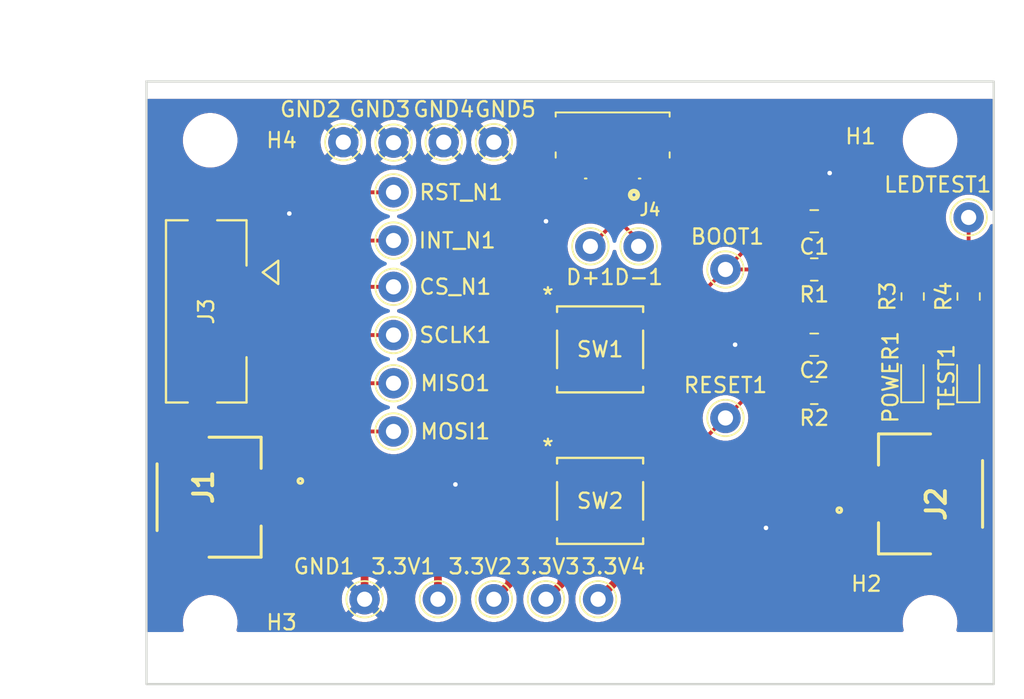
<source format=kicad_pcb>
(kicad_pcb (version 20240108) (generator "pcbnew") (generator_version "8.0")
  (layers (0 "F.Cu" signal) (31 "B.Cu" signal) (34 "B.Paste" user) (35 "F.Paste" user) (36 "B.SilkS" user "B.Silkscreen") (37 "F.SilkS" user "F.Silkscreen") (38 "B.Mask" user) (39 "F.Mask" user) (44 "Edge.Cuts" user))
  (net 0 "")
  (net 1 "+3.3V")
  (net 2 "Net-(BOOT1-Pad1)")
  (net 3 "GND")
  (net 4 "Net-(C2-Pad2)")
  (net 5 "/CS_N")
  (net 6 "Net-(J4-D+)")
  (net 7 "Net-(J4-D-)")
  (net 8 "/INT_N")
  (net 9 "/MISO")
  (net 11 "/MOSI")
  (net 12 "/RST_N")
  (net 13 "/SCLK")
  (net 23 "Net-(LEDTEST1-Pad1)")
  (net 24 "Net-(POWER1-A)")
  (net 25 "Net-(TEST1-A)")
  (footprint "TestPoint:TestPoint_THTPad_D2.0mm_Drill1.0mm" (layer "F.Cu") (at 124.46 84.963)
    (property "Reference" "GND5" (at 0.762 -2.159 0) (layer "F.SilkS"))
    (property "Value" "TestPoint")
    (fp_circle (center 0 0) (end 0 1.2) (stroke (width 0.12)) (fill none) (layer "F.SilkS"))
    (pad "1" thru_hole circle (at 0 0) (size 2 2) (drill 1) (layers "*.Cu" "*.Mask") (net 3 "GND"))
  )
  (footprint "TestPoint:TestPoint_THTPad_D2.0mm_Drill1.0mm" (layer "F.Cu") (at 117.856 88.265)
    (property "Reference" "RST_N1" (at 4.445 0 0) (layer "F.SilkS"))
    (property "Value" "TestPoint")
    (fp_circle (center 0 0) (end 0 1.2) (stroke (width 0.12)) (fill none) (layer "F.SilkS"))
    (pad "1" thru_hole circle (at 0 0) (size 2 2) (drill 1) (layers "*.Cu" "*.Mask") (net 12 "/RST_N"))
  )
  (footprint "TestPoint:TestPoint_THTPad_D2.0mm_Drill1.0mm" (layer "F.Cu") (at 117.856 91.44)
    (property "Reference" "INT_N1" (at 4.191 0 0) (layer "F.SilkS"))
    (property "Value" "TestPoint")
    (fp_circle (center 0 0) (end 0 1.2) (stroke (width 0.12)) (fill none) (layer "F.SilkS"))
    (pad "1" thru_hole circle (at 0 0) (size 2 2) (drill 1) (layers "*.Cu" "*.Mask") (net 8 "/INT_N"))
  )
  (footprint "TestPoint:TestPoint_THTPad_D2.0mm_Drill1.0mm" (layer "F.Cu") (at 115.951 115.062)
    (property "Reference" "GND1" (at -2.667 -2.159 0) (layer "F.SilkS"))
    (property "Value" "TestPoint")
    (fp_circle (center 0 0) (end 0 1.2) (stroke (width 0.12)) (fill none) (layer "F.SilkS"))
    (pad "1" thru_hole circle (at 0 0) (size 2 2) (drill 1) (layers "*.Cu" "*.Mask") (net 3 "GND"))
  )
  (footprint "TestPoint:TestPoint_THTPad_D2.0mm_Drill1.0mm" (layer "F.Cu") (at 120.777 115.062)
    (property "Reference" "3.3V1" (at -2.286 -2.159 0) (layer "F.SilkS"))
    (property "Value" "TestPoint")
    (fp_circle (center 0 0) (end 0 1.2) (stroke (width 0.12)) (fill none) (layer "F.SilkS"))
    (pad "1" thru_hole circle (at 0 0) (size 2 2) (drill 1) (layers "*.Cu" "*.Mask") (net 1 "+3.3V"))
  )
  (footprint "MountingHole:MountingHole_3.2mm_M3" (layer "F.Cu") (at 105.791 84.836)
    (property "Reference" "H4" (at 4.699 0 0) (layer "F.SilkS"))
    (property "Value" "MountingHole")
    (pad "" np_thru_hole circle (at 0 0) (size 3.2 3.2) (drill 3.2) (layers "*.Cu" "*.Mask"))
  )
  (footprint "TestPoint:TestPoint_THTPad_D2.0mm_Drill1.0mm" (layer "F.Cu") (at 139.7 103.124)
    (property "Reference" "RESET1" (at 0 -2.159 0) (layer "F.SilkS"))
    (property "Value" "TestPoint")
    (fp_circle (center 0 0) (end 0 1.2) (stroke (width 0.12)) (fill none) (layer "F.SilkS"))
    (pad "1" thru_hole circle (at 0 0) (size 2 2) (drill 1) (layers "*.Cu" "*.Mask") (net 4 "Net-(C2-Pad2)"))
  )
  (footprint "LED_SMD:LED_0603_1608Metric_Pad1.05x0.95mm_HandSolder" (layer "F.Cu") (at 155.6795 100.4345 90)
    (property "Reference" "TEST1" (at 0 -1.43 -90) (layer "F.SilkS"))
    (property "Value" "LED(Red)")
    (fp_line (start 0.8 -0.735) (end -1.66 -0.735) (stroke (width 0.12)) (layer "F.SilkS"))
    (fp_line (start -1.66 -0.735) (end -1.66 0.735) (stroke (width 0.12)) (layer "F.SilkS"))
    (fp_line (start -1.66 0.735) (end 0.8 0.735) (stroke (width 0.12)) (layer "F.SilkS"))
    (pad "1" smd roundrect (at -0.875 0 90) (size 1.05 0.95) (layers "F.Cu" "F.Paste" "F.Mask") (net 3 "GND"))
    (pad "2" smd roundrect (at 0.875 0 90) (size 1.05 0.95) (layers "F.Cu" "F.Paste" "F.Mask") (net 25 "Net-(TEST1-A)"))
  )
  (footprint "Adafruit Accessories JST-PH 2-pin SMT Right Angle Connect:1769" (layer "F.Cu") (at 149.771 108.125 90)
    (property "Reference" "J2" (at -0.662 3.794 -90) (layer "F.SilkS") (effects (font (size 1.27 1.27) (thickness 0.254))))
    (property "Value" "1769" (hide yes))
    (fp_line (start 3.95 0) (end 1.9 0) (stroke (width 0.2)) (layer "F.SilkS"))
    (fp_line (start 3.95 0) (end 3.95 3.425) (stroke (width 0.2)) (layer "F.SilkS"))
    (fp_line (start -3.95 0) (end -1.9 0) (stroke (width 0.2)) (layer "F.SilkS"))
    (fp_line (start -3.95 0) (end -3.95 3.425) (stroke (width 0.2)) (layer "F.SilkS"))
    (fp_line (start -2.196 6.849) (end 2.196 6.849) (stroke (width 0.2)) (layer "F.SilkS"))
    (fp_circle (center -1.069 -2.582) (end -1.069 -2.53) (stroke (width 0.2)) (fill none) (layer "F.SilkS"))
    (pad "1" smd rect (at -1 0 90) (size 1 3.5) (layers "F.Cu" "F.Paste" "F.Mask") (net 1 "+3.3V"))
    (pad "2" smd rect (at 1 0 90) (size 1 3.5) (layers "F.Cu" "F.Paste" "F.Mask") (net 3 "GND"))
    (pad "3" smd rect (at -3.35 5.55 90) (size 1.5 3.4) (layers "F.Cu" "F.Paste" "F.Mask"))
    (pad "4" smd rect (at 3.35 5.55 90) (size 1.5 3.4) (layers "F.Cu" "F.Paste" "F.Mask"))
  )
  (footprint "TestPoint:TestPoint_THTPad_D2.0mm_Drill1.0mm" (layer "F.Cu") (at 117.856 84.991)
    (property "Reference" "GND3" (at -0.889 -2.187 0) (layer "F.SilkS"))
    (property "Value" "TestPoint")
    (fp_circle (center 0 0) (end 0 1.2) (stroke (width 0.12)) (fill none) (layer "F.SilkS"))
    (pad "1" thru_hole circle (at 0 0) (size 2 2) (drill 1) (layers "*.Cu" "*.Mask") (net 3 "GND"))
  )
  (footprint "TestPoint:TestPoint_THTPad_D2.0mm_Drill1.0mm" (layer "F.Cu") (at 133.985 91.821)
    (property "Reference" "D-1" (at 0 2.032 0) (layer "F.SilkS"))
    (property "Value" "TestPoint")
    (fp_circle (center 0 0) (end 0 1.2) (stroke (width 0.12)) (fill none) (layer "F.SilkS"))
    (pad "1" thru_hole circle (at 0 0) (size 2 2) (drill 1) (layers "*.Cu" "*.Mask") (net 7 "Net-(J4-D-)"))
  )
  (footprint "Capacitor_SMD:C_0805_2012Metric_Pad1.18x1.45mm_HandSolder" (layer "F.Cu") (at 145.542 98.298 180)
    (property "Reference" "C2" (at 0 -1.68 180) (layer "F.SilkS"))
    (property "Value" "0.1uF")
    (fp_line (start -0.261252 0.735) (end 0.261252 0.735) (stroke (width 0.12)) (layer "F.SilkS"))
    (fp_line (start -0.261252 -0.735) (end 0.261252 -0.735) (stroke (width 0.12)) (layer "F.SilkS"))
    (pad "1" smd roundrect (at -1.0375 0 180) (size 1.175 1.45) (layers "F.Cu" "F.Paste" "F.Mask") (roundrect_rratio 0.2127659574) (net 3 "GND"))
    (pad "2" smd roundrect (at 1.0375 0 180) (size 1.175 1.45) (layers "F.Cu" "F.Paste" "F.Mask") (roundrect_rratio 0.2127659574) (net 4 "Net-(C2-Pad2)"))
  )
  (footprint "TestPoint:TestPoint_THTPad_D2.0mm_Drill1.0mm" (layer "F.Cu") (at 117.856 104.013)
    (property "Reference" "MOSI1" (at 4.064 0 0) (layer "F.SilkS"))
    (property "Value" "TestPoint")
    (fp_circle (center 0 0) (end 0 1.2) (stroke (width 0.12)) (fill none) (layer "F.SilkS"))
    (pad "1" thru_hole circle (at 0 0) (size 2 2) (drill 1) (layers "*.Cu" "*.Mask") (net 11 "/MOSI"))
  )
  (footprint "WM24188TR-ND:CON_2005280060_MOL" (layer "F.Cu") (at 105.532999 96.104995 -90)
    (property "Reference" "J3" (at 0 0 90) (layer "F.SilkS"))
    (property "Value" "2005280060")
    (fp_line (start -5.999988 2.65) (end 5.999988 2.65) (stroke (width 0.1524)) (layer "F.SilkS"))
    (fp_line (start 5.999988 2.65) (end 5.999988 1.220039) (stroke (width 0.1524)) (layer "F.SilkS"))
    (fp_line (start -5.999988 1.220039) (end -5.999988 2.65) (stroke (width 0.1524)) (layer "F.SilkS"))
    (fp_line (start 5.999988 -0.72004) (end 5.999988 -2.65) (stroke (width 0.1524)) (layer "F.SilkS"))
    (fp_line (start -5.999988 -2.65) (end -5.999988 -0.72004) (stroke (width 0.1524)) (layer "F.SilkS"))
    (fp_line (start -3.02004 -2.65) (end -5.999988 -2.65) (stroke (width 0.1524)) (layer "F.SilkS"))
    (fp_line (start 5.999988 -2.65) (end 3.02004 -2.65) (stroke (width 0.1524)) (layer "F.SilkS"))
    (fp_line (start -3.332988 -4.736) (end -2.570988 -3.72) (stroke (width 0.1524)) (layer "F.SilkS"))
    (fp_line (start -3.332988 -4.736) (end -1.808988 -4.736) (stroke (width 0.1524)) (layer "F.SilkS"))
    (fp_line (start -1.808988 -4.736) (end -2.570988 -3.72) (stroke (width 0.1524)) (layer "F.SilkS"))
    (pad "1" smd rect (at -2.5 -2.45 270) (size 0.4 1) (layers "F.Cu" "F.Paste" "F.Mask") (net 12 "/RST_N"))
    (pad "2" smd rect (at -1.5 -2.45 270) (size 0.4 1) (layers "F.Cu" "F.Paste" "F.Mask") (net 8 "/INT_N"))
    (pad "3" smd rect (at -0.499999 -2.45 270) (size 0.4 1) (layers "F.Cu" "F.Paste" "F.Mask") (net 5 "/CS_N"))
    (pad "4" smd rect (at 0.499999 -2.45 270) (size 0.4 1) (layers "F.Cu" "F.Paste" "F.Mask") (net 13 "/SCLK"))
    (pad "5" smd rect (at 1.5 -2.45 270) (size 0.4 1) (layers "F.Cu" "F.Paste" "F.Mask") (net 9 "/MISO"))
    (pad "6" smd rect (at 2.5 -2.45 270) (size 0.4 1) (layers "F.Cu" "F.Paste" "F.Mask") (net 11 "/MOSI"))
    (pad "P1" smd rect (at -5.299995 0.249999 270) (size 2 1.3) (layers "F.Cu" "F.Paste" "F.Mask"))
    (pad "P2" smd rect (at 5.299995 0.249999 270) (size 2 1.3) (layers "F.Cu" "F.Paste" "F.Mask"))
  )
  (footprint "Resistor_SMD:R_0805_2012Metric_Pad1.20x1.40mm_HandSolder" (layer "F.Cu") (at 145.542 93.345 180)
    (property "Reference" "R1" (at 0 -1.65 180) (layer "F.SilkS"))
    (property "Value" "5.1k")
    (fp_line (start -0.227064 0.735) (end 0.227064 0.735) (stroke (width 0.12)) (layer "F.SilkS"))
    (fp_line (start -0.227064 -0.735) (end 0.227064 -0.735) (stroke (width 0.12)) (layer "F.SilkS"))
    (pad "1" smd roundrect (at -1 0 180) (size 1.2 1.4) (layers "F.Cu" "F.Paste" "F.Mask") (roundrect_rratio 0.2083333333) (net 1 "+3.3V"))
    (pad "2" smd roundrect (at 1 0 180) (size 1.2 1.4) (layers "F.Cu" "F.Paste" "F.Mask") (roundrect_rratio 0.2083333333) (net 2 "Net-(BOOT1-Pad1)"))
  )
  (footprint "MountingHole:MountingHole_3.2mm_M3" (layer "F.Cu") (at 105.791 116.586)
    (property "Reference" "H3" (at 4.699 0 0) (layer "F.SilkS"))
    (property "Value" "MountingHole")
    (pad "" np_thru_hole circle (at 0 0) (size 3.2 3.2) (drill 3.2) (layers "*.Cu" "*.Mask"))
  )
  (footprint "TestPoint:TestPoint_THTPad_D2.0mm_Drill1.0mm" (layer "F.Cu") (at 124.46 115.062)
    (property "Reference" "3.3V2" (at -0.889 -2.159 0) (layer "F.SilkS"))
    (property "Value" "TestPoint")
    (fp_circle (center 0 0) (end 0 1.2) (stroke (width 0.12)) (fill none) (layer "F.SilkS"))
    (pad "1" thru_hole circle (at 0 0) (size 2 2) (drill 1) (layers "*.Cu" "*.Mask") (net 1 "+3.3V"))
  )
  (footprint "TestPoint:TestPoint_THTPad_D2.0mm_Drill1.0mm" (layer "F.Cu") (at 117.856 94.488)
    (property "Reference" "CS_N1" (at 4.064 0 0) (layer "F.SilkS"))
    (property "Value" "TestPoint")
    (fp_circle (center 0 0) (end 0 1.2) (stroke (width 0.12)) (fill none) (layer "F.SilkS"))
    (pad "1" thru_hole circle (at 0 0) (size 2 2) (drill 1) (layers "*.Cu" "*.Mask") (net 5 "/CS_N"))
  )
  (footprint "TestPoint:TestPoint_THTPad_D2.0mm_Drill1.0mm" (layer "F.Cu") (at 155.702 89.916)
    (property "Reference" "LEDTEST1" (at -2.032 -2.159 0) (layer "F.SilkS"))
    (property "Value" "TestPoint")
    (fp_circle (center 0 0) (end 0 1.2) (stroke (width 0.12)) (fill none) (layer "F.SilkS"))
    (pad "1" thru_hole circle (at 0 0) (size 2 2) (drill 1) (layers "*.Cu" "*.Mask") (net 23 "Net-(LEDTEST1-Pad1)"))
  )
  (footprint "Resistor_SMD:R_0805_2012Metric_Pad1.20x1.40mm_HandSolder" (layer "F.Cu") (at 152.019 95.123 90)
    (property "Reference" "R3" (at 0 -1.65 -90) (layer "F.SilkS"))
    (property "Value" "10k")
    (fp_line (start -0.227064 -0.735) (end 0.227064 -0.735) (stroke (width 0.12)) (layer "F.SilkS"))
    (fp_line (start -0.227064 0.735) (end 0.227064 0.735) (stroke (width 0.12)) (layer "F.SilkS"))
    (pad "1" smd roundrect (at -1 0 90) (size 1.2 1.4) (layers "F.Cu" "F.Paste" "F.Mask") (roundrect_rratio 0.2083333333) (net 24 "Net-(POWER1-A)"))
    (pad "2" smd roundrect (at 1 0 90) (size 1.2 1.4) (layers "F.Cu" "F.Paste" "F.Mask") (roundrect_rratio 0.2083333333) (net 1 "+3.3V"))
  )
  (footprint "TestPoint:TestPoint_THTPad_D2.0mm_Drill1.0mm" (layer "F.Cu") (at 117.856 97.663)
    (property "Reference" "SCLK1" (at 4.064 0 0) (layer "F.SilkS"))
    (property "Value" "TestPoint")
    (fp_circle (center 0 0) (end 0 1.2) (stroke (width 0.12)) (fill none) (layer "F.SilkS"))
    (pad "1" thru_hole circle (at 0 0) (size 2 2) (drill 1) (layers "*.Cu" "*.Mask") (net 13 "/SCLK"))
  )
  (footprint "PTS526 SM15 SMTR2 LFS:SON4_PTS526 SM15 SMTR2 LFS_CNK" (layer "F.Cu") (at 131.450349 108.585)
    (property "Reference" "SW2" (at 0 0 0) (layer "F.SilkS"))
    (property "Value" "PTS526 SM15 SMTR2 LFS")
    (fp_line (start -2.8321 -2.8321) (end -2.8321 -2.462139) (stroke (width 0.1524)) (layer "F.SilkS"))
    (fp_line (start -2.8321 -1.237859) (end -2.8321 1.237859) (stroke (width 0.1524)) (layer "F.SilkS"))
    (fp_line (start -2.8321 2.462139) (end -2.8321 2.8321) (stroke (width 0.1524)) (layer "F.SilkS"))
    (fp_line (start -2.8321 2.8321) (end 2.8321 2.8321) (stroke (width 0.1524)) (layer "F.SilkS"))
    (fp_line (start 2.8321 -2.8321) (end -2.8321 -2.8321) (stroke (width 0.1524)) (layer "F.SilkS"))
    (fp_line (start 2.8321 -2.462139) (end 2.8321 -2.8321) (stroke (width 0.1524)) (layer "F.SilkS"))
    (fp_line (start 2.8321 1.237859) (end 2.8321 -1.237859) (stroke (width 0.1524)) (layer "F.SilkS"))
    (fp_line (start 2.8321 2.8321) (end 2.8321 2.462139) (stroke (width 0.1524)) (layer "F.SilkS"))
    (fp_text user "*" (at -3.434349 -3.5518 0) (layer "F.SilkS"))
    (pad "1" smd rect (at -3.180349 -1.849999) (size 0.9505 0.5588) (layers "F.Cu" "F.Paste" "F.Mask") (net 3 "GND"))
    (pad "2" smd rect (at -3.180349 1.849999) (size 0.9505 0.5588) (layers "F.Cu" "F.Paste" "F.Mask") (net 3 "GND"))
    (pad "3" smd rect (at 3.180349 1.849999) (size 0.9505 0.5588) (layers "F.Cu" "F.Paste" "F.Mask") (net 4 "Net-(C2-Pad2)"))
    (pad "4" smd rect (at 3.180349 -1.849999) (size 0.9505 0.5588) (layers "F.Cu" "F.Paste" "F.Mask") (net 4 "Net-(C2-Pad2)"))
  )
  (footprint "Resistor_SMD:R_0805_2012Metric_Pad1.20x1.40mm_HandSolder" (layer "F.Cu") (at 145.542 101.473 180)
    (property "Reference" "R2" (at 0 -1.65 180) (layer "F.SilkS"))
    (property "Value" "5.1k")
    (fp_line (start -0.227064 0.735) (end 0.227064 0.735) (stroke (width 0.12)) (layer "F.SilkS"))
    (fp_line (start -0.227064 -0.735) (end 0.227064 -0.735) (stroke (width 0.12)) (layer "F.SilkS"))
    (pad "1" smd roundrect (at -1 0 180) (size 1.2 1.4) (layers "F.Cu" "F.Paste" "F.Mask") (roundrect_rratio 0.2083333333) (net 1 "+3.3V"))
    (pad "2" smd roundrect (at 1 0 180) (size 1.2 1.4) (layers "F.Cu" "F.Paste" "F.Mask") (roundrect_rratio 0.2083333333) (net 4 "Net-(C2-Pad2)"))
  )
  (footprint "Adafruit Accessories JST-PH 2-pin SMT Right Angle Connect:1769" (layer "F.Cu") (at 109.144 108.341 -90)
    (property "Reference" "J1" (at -0.662 3.794 90) (layer "F.SilkS") (effects (font (size 1.27 1.27) (thickness 0.254))))
    (property "Value" "1769" (hide yes))
    (fp_line (start -2.196 6.849) (end 2.196 6.849) (stroke (width 0.2)) (layer "F.SilkS"))
    (fp_line (start -3.95 0) (end -3.95 3.425) (stroke (width 0.2)) (layer "F.SilkS"))
    (fp_line (start -3.95 0) (end -1.9 0) (stroke (width 0.2)) (layer "F.SilkS"))
    (fp_line (start 3.95 0) (end 3.95 3.425) (stroke (width 0.2)) (layer "F.SilkS"))
    (fp_line (start 3.95 0) (end 1.9 0) (stroke (width 0.2)) (layer "F.SilkS"))
    (fp_circle (center -1.069 -2.582) (end -1.069 -2.53) (stroke (width 0.2)) (fill none) (layer "F.SilkS"))
    (pad "1" smd rect (at -1 0 270) (size 1 3.5) (layers "F.Cu" "F.Paste" "F.Mask") (net 1 "+3.3V"))
    (pad "2" smd rect (at 1 0 270) (size 1 3.5) (layers "F.Cu" "F.Paste" "F.Mask") (net 3 "GND"))
    (pad "3" smd rect (at -3.35 5.55 270) (size 1.5 3.4) (layers "F.Cu" "F.Paste" "F.Mask"))
    (pad "4" smd rect (at 3.35 5.55 270) (size 1.5 3.4) (layers "F.Cu" "F.Paste" "F.Mask"))
  )
  (footprint "TestPoint:TestPoint_THTPad_D2.0mm_Drill1.0mm" (layer "F.Cu") (at 131.318 115.062)
    (property "Reference" "3.3V4" (at 1.016 -2.159 0) (layer "F.SilkS"))
    (property "Value" "TestPoint")
    (fp_circle (center 0 0) (end 0 1.2) (stroke (width 0.12)) (fill none) (layer "F.SilkS"))
    (pad "1" thru_hole circle (at 0 0) (size 2 2) (drill 1) (layers "*.Cu" "*.Mask") (net 1 "+3.3V"))
  )
  (footprint "MountingHole:MountingHole_3.2mm_M3" (layer "F.Cu") (at 153.162 84.836)
    (property "Reference" "H1" (at -4.572 -0.254 0) (layer "F.SilkS"))
    (property "Value" "MountingHole")
    (pad "" np_thru_hole circle (at 0 0) (size 3.2 3.2) (drill 3.2) (layers "*.Cu" "*.Mask"))
  )
  (footprint "TestPoint:TestPoint_THTPad_D2.0mm_Drill1.0mm" (layer "F.Cu") (at 130.81 91.821)
    (property "Reference" "D+1" (at 0 2.032 0) (layer "F.SilkS"))
    (property "Value" "TestPoint")
    (fp_circle (center 0 0) (end 0 1.2) (stroke (width 0.12)) (fill none) (layer "F.SilkS"))
    (pad "1" thru_hole circle (at 0 0) (size 2 2) (drill 1) (layers "*.Cu" "*.Mask") (net 6 "Net-(J4-D+)"))
  )
  (footprint "Resistor_SMD:R_0805_2012Metric_Pad1.20x1.40mm_HandSolder" (layer "F.Cu") (at 155.702 95.123 90)
    (property "Reference" "R4" (at 0 -1.65 -90) (layer "F.SilkS"))
    (property "Value" "10k")
    (fp_line (start -0.227064 -0.735) (end 0.227064 -0.735) (stroke (width 0.12)) (layer "F.SilkS"))
    (fp_line (start -0.227064 0.735) (end 0.227064 0.735) (stroke (width 0.12)) (layer "F.SilkS"))
    (pad "1" smd roundrect (at -1 0 90) (size 1.2 1.4) (layers "F.Cu" "F.Paste" "F.Mask") (roundrect_rratio 0.2083333333) (net 25 "Net-(TEST1-A)"))
    (pad "2" smd roundrect (at 1 0 90) (size 1.2 1.4) (layers "F.Cu" "F.Paste" "F.Mask") (roundrect_rratio 0.2083333333) (net 23 "Net-(LEDTEST1-Pad1)"))
  )
  (footprint "TestPoint:TestPoint_THTPad_D2.0mm_Drill1.0mm" (layer "F.Cu") (at 114.554 84.963)
    (property "Reference" "GND2" (at -2.159 -2.159 0) (layer "F.SilkS"))
    (property "Value" "TestPoint")
    (fp_circle (center 0 0) (end 0 1.2) (stroke (width 0.12)) (fill none) (layer "F.SilkS"))
    (pad "1" thru_hole circle (at 0 0) (size 2 2) (drill 1) (layers "*.Cu" "*.Mask") (net 3 "GND"))
  )
  (footprint "TestPoint:TestPoint_THTPad_D2.0mm_Drill1.0mm" (layer "F.Cu") (at 121.158 84.963)
    (property "Reference" "GND4" (at 0 -2.159 0) (layer "F.SilkS"))
    (property "Value" "TestPoint")
    (fp_circle (center 0 0) (end 0 1.2) (stroke (width 0.12)) (fill none) (layer "F.SilkS"))
    (pad "1" thru_hole circle (at 0 0) (size 2 2) (drill 1) (layers "*.Cu" "*.Mask") (net 3 "GND"))
  )
  (footprint "MountingHole:MountingHole_3.2mm_M3" (layer "F.Cu") (at 153.162 116.586)
    (property "Reference" "H2" (at -4.191 -2.54 0) (layer "F.SilkS"))
    (property "Value" "MountingHole")
    (pad "" np_thru_hole circle (at 0 0) (size 3.2 3.2) (drill 3.2) (layers "*.Cu" "*.Mask"))
  )
  (footprint "AMPHENOL_10118192-0001LF:AMPHENOL_10118192-0001LF" (layer "F.Cu") (at 132.277 87.13 180)
    (property "Reference" "J4" (at -2.45306 -2.27805 180) (layer "F.SilkS") (effects (font (size 0.800117 0.787417))))
    (property "Value" "10118192-0001LF")
    (fp_line (start 3.75 4.125) (end 3.75 3.85) (stroke (width 0.127)) (layer "F.SilkS"))
    (fp_line (start 3.75 1.15) (end 3.75 1.5) (stroke (width 0.127)) (layer "F.SilkS"))
    (fp_line (start 1.72 -0.225) (end 1.83 -0.225) (stroke (width 0.127)) (layer "F.SilkS"))
    (fp_line (start -1.83 -0.225) (end -1.72 -0.225) (stroke (width 0.127)) (layer "F.SilkS"))
    (fp_line (start -3.75 4.125) (end 3.75 4.125) (stroke (width 0.127)) (layer "F.SilkS"))
    (fp_line (start -3.75 3.85) (end -3.75 4.125) (stroke (width 0.127)) (layer "F.SilkS"))
    (fp_line (start -3.75 1.15) (end -3.75 1.5) (stroke (width 0.127)) (layer "F.SilkS"))
    (fp_circle (center -1.4 -1.3) (end -1.3 -1.3) (stroke (width 0.3)) (fill none) (layer "F.SilkS"))
    (pad "1" smd rect (at -1.3 0 180) (size 0.4 1.35) (layers "F.Cu" "F.Paste" "F.Mask"))
    (pad "2" smd rect (at -0.65 0 180) (size 0.4 1.35) (layers "F.Cu" "F.Paste" "F.Mask") (net 7 "Net-(J4-D-)"))
    (pad "3" smd rect (at 0 0 180) (size 0.4 1.35) (layers "F.Cu" "F.Paste" "F.Mask") (net 6 "Net-(J4-D+)"))
    (pad "4" smd rect (at 0.65 0 180) (size 0.4 1.35) (layers "F.Cu" "F.Paste" "F.Mask"))
    (pad "5" smd rect (at 1.3 0 180) (size 0.4 1.35) (layers "F.Cu" "F.Paste" "F.Mask") (net 3 "GND"))
    (pad "SH1" smd rect (at -3.1 0.125 180) (size 2.1 1.6) (layers "F.Cu" "F.Paste" "F.Mask"))
    (pad "SH2" smd rect (at 3.1 0.125 180) (size 2.1 1.6) (layers "F.Cu" "F.Paste" "F.Mask"))
    (pad "SH3" smd rect (at -3.8 2.675) (size 1.8 1.9) (layers "F.Cu" "F.Paste" "F.Mask"))
    (pad "SH4" smd rect (at -1.2 2.675 180) (size 1.9 1.9) (layers "F.Cu" "F.Paste" "F.Mask"))
    (pad "SH5" smd rect (at 1.2 2.675 180) (size 1.9 1.9) (layers "F.Cu" "F.Paste" "F.Mask"))
    (pad "SH6" smd rect (at 3.8 2.675) (size 1.8 1.9) (layers "F.Cu" "F.Paste" "F.Mask"))
  )
  (footprint "TestPoint:TestPoint_THTPad_D2.0mm_Drill1.0mm" (layer "F.Cu") (at 139.7 93.345)
    (property "Reference" "BOOT1" (at 0.127 -2.159 0) (layer "F.SilkS"))
    (property "Value" "TestPoint")
    (fp_circle (center 0 0) (end 0 1.2) (stroke (width 0.12)) (fill none) (layer "F.SilkS"))
    (pad "1" thru_hole circle (at 0 0) (size 2 2) (drill 1) (layers "*.Cu" "*.Mask") (net 2 "Net-(BOOT1-Pad1)"))
  )
  (footprint "Capacitor_SMD:C_0805_2012Metric_Pad1.18x1.45mm_HandSolder" (layer "F.Cu") (at 145.542 90.17 180)
    (property "Reference" "C1" (at 0 -1.68 180) (layer "F.SilkS"))
    (property "Value" "0.1uF")
    (fp_line (start -0.261252 0.735) (end 0.261252 0.735) (stroke (width 0.12)) (layer "F.SilkS"))
    (fp_line (start -0.261252 -0.735) (end 0.261252 -0.735) (stroke (width 0.12)) (layer "F.SilkS"))
    (pad "1" smd roundrect (at -1.0375 0 180) (size 1.175 1.45) (layers "F.Cu" "F.Paste" "F.Mask") (roundrect_rratio 0.2127659574) (net 3 "GND"))
    (pad "2" smd roundrect (at 1.0375 0 180) (size 1.175 1.45) (layers "F.Cu" "F.Paste" "F.Mask") (roundrect_rratio 0.2127659574) (net 2 "Net-(BOOT1-Pad1)"))
  )
  (footprint "TestPoint:TestPoint_THTPad_D2.0mm_Drill1.0mm" (layer "F.Cu") (at 117.856 100.838)
    (property "Reference" "MISO1" (at 4.064 0 0) (layer "F.SilkS"))
    (property "Value" "TestPoint")
    (fp_circle (center 0 0) (end 0 1.2) (stroke (width 0.12)) (fill none) (layer "F.SilkS"))
    (pad "1" thru_hole circle (at 0 0) (size 2 2) (drill 1) (layers "*.Cu" "*.Mask") (net 9 "/MISO"))
  )
  (footprint "PTS526 SM15 SMTR2 LFS:SON4_PTS526 SM15 SMTR2 LFS_CNK" (layer "F.Cu") (at 131.450349 98.607001)
    (property "Reference" "SW1" (at 0 0 0) (layer "F.SilkS"))
    (property "Value" "PTS526 SM15 SMTR2 LFS")
    (fp_line (start -2.8321 -2.8321) (end -2.8321 -2.462139) (stroke (width 0.1524)) (layer "F.SilkS"))
    (fp_line (start -2.8321 -1.237859) (end -2.8321 1.237859) (stroke (width 0.1524)) (layer "F.SilkS"))
    (fp_line (start -2.8321 2.462139) (end -2.8321 2.8321) (stroke (width 0.1524)) (layer "F.SilkS"))
    (fp_line (start -2.8321 2.8321) (end 2.8321 2.8321) (stroke (width 0.1524)) (layer "F.SilkS"))
    (fp_line (start 2.8321 -2.8321) (end -2.8321 -2.8321) (stroke (width 0.1524)) (layer "F.SilkS"))
    (fp_line (start 2.8321 -2.462139) (end 2.8321 -2.8321) (stroke (width 0.1524)) (layer "F.SilkS"))
    (fp_line (start 2.8321 1.237859) (end 2.8321 -1.237859) (stroke (width 0.1524)) (layer "F.SilkS"))
    (fp_line (start 2.8321 2.8321) (end 2.8321 2.462139) (stroke (width 0.1524)) (layer "F.SilkS"))
    (fp_text user "*" (at -3.434349 -3.5518 0) (layer "F.SilkS"))
    (pad "1" smd rect (at -3.180349 -1.849999) (size 0.9505 0.5588) (layers "F.Cu" "F.Paste" "F.Mask") (net 3 "GND"))
    (pad "2" smd rect (at -3.180349 1.849999) (size 0.9505 0.5588) (layers "F.Cu" "F.Paste" "F.Mask") (net 3 "GND"))
    (pad "3" smd rect (at 3.180349 1.849999) (size 0.9505 0.5588) (layers "F.Cu" "F.Paste" "F.Mask") (net 2 "Net-(BOOT1-Pad1)"))
    (pad "4" smd rect (at 3.180349 -1.849999) (size 0.9505 0.5588) (layers "F.Cu" "F.Paste" "F.Mask") (net 2 "Net-(BOOT1-Pad1)"))
  )
  (footprint "TestPoint:TestPoint_THTPad_D2.0mm_Drill1.0mm" (layer "F.Cu") (at 127.889 115.062)
    (property "Reference" "3.3V3" (at 0.127 -2.159 0) (layer "F.SilkS"))
    (property "Value" "TestPoint")
    (fp_circle (center 0 0) (end 0 1.2) (stroke (width 0.12)) (fill none) (layer "F.SilkS"))
    (pad "1" thru_hole circle (at 0 0) (size 2 2) (drill 1) (layers "*.Cu" "*.Mask") (net 1 "+3.3V"))
  )
  (footprint "LED_SMD:LED_0603_1608Metric_Pad1.05x0.95mm_HandSolder" (layer "F.Cu") (at 151.9965 100.4345 90)
    (property "Reference" "POWER1" (at 0 -1.43 -90) (layer "F.SilkS"))
    (property "Value" "LED(Red)")
    (fp_line (start 0.8 -0.735) (end -1.66 -0.735) (stroke (width 0.12)) (layer "F.SilkS"))
    (fp_line (start -1.66 -0.735) (end -1.66 0.735) (stroke (width 0.12)) (layer "F.SilkS"))
    (fp_line (start -1.66 0.735) (end 0.8 0.735) (stroke (width 0.12)) (layer "F.SilkS"))
    (pad "1" smd roundrect (at -0.875 0 90) (size 1.05 0.95) (layers "F.Cu" "F.Paste" "F.Mask") (net 3 "GND"))
    (pad "2" smd roundrect (at 0.875 0 90) (size 1.05 0.95) (layers "F.Cu" "F.Paste" "F.Mask") (net 24 "Net-(POWER1-A)"))
  )
  (gr_rect (start 101.6 80.967) (end 157.353 120.65) (stroke (width 0.15)) (fill none) (layer "Edge.Cuts"))
  (segment (start 123.19 111.125) (end 124.587 112.522) (width 0.508) (layer "F.Cu") (net 1))
  (segment (start 128.905 114.046) (end 127.889 115.062) (width 0.508) (layer "F.Cu") (net 1))
  (segment (start 128.905 112.522) (end 132.461 112.522) (width 0.508) (layer "F.Cu") (net 1))
  (segment (start 132.461 113.919) (end 131.318 115.062) (width 0.508) (layer "F.Cu") (net 1))
  (segment (start 125.476 112.522) (end 125.476 114.046) (width 0.508) (layer "F.Cu") (net 1))
  (segment (start 149.098 94.488) (end 147.955 93.345) (width 0.508) (layer "F.Cu") (net 1))
  (segment (start 150.876 94.123) (end 152.019 94.123) (width 0.508) (layer "F.Cu") (net 1))
  (segment (start 132.461 112.522) (end 132.461 113.919) (width 0.508) (layer "F.Cu") (net 1))
  (segment (start 116.993 107.341) (end 120.777 111.125) (width 0.508) (layer "F.Cu") (net 1))
  (segment (start 120.777 111.125) (end 123.19 111.125) (width 0.508) (layer "F.Cu") (net 1))
  (segment (start 132.461 112.522) (end 138.43 112.522) (width 0.508) (layer "F.Cu") (net 1))
  (segment (start 149.771 109.125) (end 141.827 109.125) (width 0.508) (layer "F.Cu") (net 1))
  (segment (start 141.478 109.474) (end 141.478 106.236296) (width 0.508) (layer "F.Cu") (net 1))
  (segment (start 145.923 103.251) (end 146.542 102.632) (width 0.508) (layer "F.Cu") (net 1))
  (segment (start 149.098 98.917) (end 149.098 95.901) (width 0.508) (layer "F.Cu") (net 1))
  (segment (start 147.955 93.345) (end 146.542 93.345) (width 0.508) (layer "F.Cu") (net 1))
  (segment (start 141.478 106.236296) (end 144.463296 103.251) (width 0.508) (layer "F.Cu") (net 1))
  (segment (start 125.476 112.522) (end 128.905 112.522) (width 0.508) (layer "F.Cu") (net 1))
  (segment (start 141.827 109.125) (end 141.478 109.474) (width 0.508) (layer "F.Cu") (net 1))
  (segment (start 146.542 101.473) (end 149.098 98.917) (width 0.508) (layer "F.Cu") (net 1))
  (segment (start 138.43 112.522) (end 141.478 109.474) (width 0.508) (layer "F.Cu") (net 1))
  (segment (start 128.905 112.522) (end 128.905 114.046) (width 0.508) (layer "F.Cu") (net 1))
  (segment (start 124.968 112.522) (end 125.476 112.522) (width 0.508) (layer "F.Cu") (net 1))
  (segment (start 144.463296 103.251) (end 145.923 103.251) (width 0.508) (layer "F.Cu") (net 1))
  (segment (start 120.777 111.125) (end 120.777 114.935) (width 0.508) (layer "F.Cu") (net 1))
  (segment (start 141.478 109.474) (end 141.669 109.283) (width 0.508) (layer "F.Cu") (net 1))
  (segment (start 146.542 102.632) (end 146.542 101.473) (width 0.508) (layer "F.Cu") (net 1))
  (segment (start 149.098 95.901) (end 150.876 94.123) (width 0.508) (layer "F.Cu") (net 1))
  (segment (start 109.144 107.341) (end 116.993 107.341) (width 0.508) (layer "F.Cu") (net 1))
  (segment (start 124.587 112.522) (end 124.968 112.522) (width 0.508) (layer "F.Cu") (net 1))
  (segment (start 125.476 114.046) (end 124.46 115.062) (width 0.508) (layer "F.Cu") (net 1))
  (segment (start 149.098 95.901) (end 149.098 94.488) (width 0.508) (layer "F.Cu") (net 1))
  (segment (start 134.630698 96.715602) (end 135.450602 96.715602) (width 0.254) (layer "F.Cu") (net 2))
  (segment (start 136.017 97.028) (end 139.7 93.345) (width 0.254) (layer "F.Cu") (net 2))
  (segment (start 142.875 90.17) (end 144.5045 90.17) (width 0.254) (layer "F.Cu") (net 2))
  (segment (start 135.450602 96.715602) (end 136.017 97.282) (width 0.254) (layer "F.Cu") (net 2))
  (segment (start 139.7 93.345) (end 144.542 93.345) (width 0.254) (layer "F.Cu") (net 2))
  (segment (start 135.4234 100.4156) (end 134.630698 100.4156) (width 0.254) (layer "F.Cu") (net 2))
  (segment (start 136.017 99.822) (end 135.4234 100.4156) (width 0.254) (layer "F.Cu") (net 2))
  (segment (start 136.017 97.282) (end 136.017 97.028) (width 0.254) (layer "F.Cu") (net 2))
  (segment (start 139.7 93.345) (end 142.875 90.17) (width 0.254) (layer "F.Cu") (net 2))
  (segment (start 136.017 97.282) (end 136.017 99.822) (width 0.254) (layer "F.Cu") (net 2))
  (segment (start 115.951 112.522) (end 115.951 115.062) (width 0.508) (layer "F.Cu") (net 3))
  (segment (start 129.413 90.17) (end 130.977 88.606) (width 0.254) (layer "F.Cu") (net 3))
  (segment (start 109.144 109.341) (end 112.77 109.341) (width 0.508) (layer "F.Cu") (net 3))
  (segment (start 112.77 109.341) (end 115.951 112.522) (width 0.508) (layer "F.Cu") (net 3))
  (segment (start 130.977 88.606) (end 130.977 87.13) (width 0.254) (layer "F.Cu") (net 3))
  (segment (start 127.889 90.17) (end 129.413 90.17) (width 0.254) (layer "F.Cu") (net 3))
  (via (at 142.367 110.363) (size 0.61) (drill 0.3) (layers "F.Cu" "B.Cu") (net 3))
  (via (at 110.998 89.662) (size 0.61) (drill 0.3) (layers "F.Cu" "B.Cu") (net 3))
  (via (at 127.889 90.17) (size 0.61) (drill 0.3) (layers "F.Cu" "B.Cu") (net 3))
  (via (at 146.558 86.995) (size 0.61) (drill 0.3) (layers "F.Cu" "B.Cu") (net 3))
  (via (at 140.335 98.298) (size 0.61) (drill 0.3) (layers "F.Cu" "B.Cu") (net 3))
  (via (at 121.928592 107.501549) (size 0.61) (drill 0.3) (layers "F.Cu" "B.Cu") (net 3))
  (segment (start 141.351 101.473) (end 141.224 101.6) (width 0.254) (layer "F.Cu") (net 4))
  (segment (start 136.017 106.807) (end 139.7 103.124) (width 0.254) (layer "F.Cu") (net 4))
  (segment (start 136.017 107.301399) (end 136.017 107.442) (width 0.254) (layer "F.Cu") (net 4))
  (segment (start 136.017 107.442) (end 136.017 106.807) (width 0.254) (layer "F.Cu") (net 4))
  (segment (start 141.2875 101.515) (end 144.5045 98.298) (width 0.254) (layer "F.Cu") (net 4))
  (segment (start 144.542 101.473) (end 141.351 101.473) (width 0.254) (layer "F.Cu") (net 4))
  (segment (start 136.017 107.442) (end 136.017 109.841399) (width 0.254) (layer "F.Cu") (net 4))
  (segment (start 136.017 109.841399) (end 135.4234 110.434999) (width 0.254) (layer "F.Cu") (net 4))
  (segment (start 141.224 101.6) (end 141.2875 101.5365) (width 0.254) (layer "F.Cu") (net 4))
  (segment (start 134.630698 106.735001) (end 135.450602 106.735001) (width 0.254) (layer "F.Cu") (net 4))
  (segment (start 135.450602 106.735001) (end 136.017 107.301399) (width 0.254) (layer "F.Cu") (net 4))
  (segment (start 135.4234 110.434999) (end 134.630698 110.434999) (width 0.254) (layer "F.Cu") (net 4))
  (segment (start 141.2875 101.5365) (end 141.2875 101.515) (width 0.254) (layer "F.Cu") (net 4))
  (segment (start 141.224 101.6) (end 139.7 103.124) (width 0.254) (layer "F.Cu") (net 4))
  (segment (start 111.125 94.488) (end 110.008004 95.604996) (width 0.254) (layer "F.Cu") (net 5))
  (segment (start 117.856 94.488) (end 111.125 94.488) (width 0.254) (layer "F.Cu") (net 5))
  (segment (start 110.008004 95.604996) (end 107.982999 95.604996) (width 0.254) (layer "F.Cu") (net 5))
  (segment (start 132.277 90.354) (end 132.277 87.13) (width 0.254) (layer "F.Cu") (net 6))
  (segment (start 130.81 91.821) (end 132.277 90.354) (width 0.254) (layer "F.Cu") (net 6))
  (segment (start 133.985 91.821) (end 133.985 91.44) (width 0.254) (layer "F.Cu") (net 7))
  (segment (start 132.927 90.382) (end 132.927 87.13) (width 0.254) (layer "F.Cu") (net 7))
  (segment (start 133.985 91.44) (end 132.927 90.382) (width 0.254) (layer "F.Cu") (net 7))
  (segment (start 108.293004 94.615) (end 110.109 94.615) (width 0.254) (layer "F.Cu") (net 8))
  (segment (start 107.982999 94.604995) (end 108.282999 94.604995) (width 0.254) (layer "F.Cu") (net 8))
  (segment (start 113.284 91.44) (end 117.856 91.44) (width 0.254) (layer "F.Cu") (net 8))
  (segment (start 108.282999 94.604995) (end 108.293004 94.615) (width 0.254) (layer "F.Cu") (net 8))
  (segment (start 110.109 94.615) (end 113.284 91.44) (width 0.254) (layer "F.Cu") (net 8))
  (segment (start 110.050995 97.604995) (end 107.982999 97.604995) (width 0.254) (layer "F.Cu") (net 9))
  (segment (start 113.284 100.838) (end 110.050995 97.604995) (width 0.254) (layer "F.Cu") (net 9))
  (segment (start 117.856 100.838) (end 113.284 100.838) (width 0.254) (layer "F.Cu") (net 9))
  (segment (start 115.443 104.013) (end 110.034995 98.604995) (width 0.254) (layer "F.Cu") (net 11))
  (segment (start 117.856 104.013) (end 115.443 104.013) (width 0.254) (layer "F.Cu") (net 11))
  (segment (start 110.034995 98.604995) (end 107.982999 98.604995) (width 0.254) (layer "F.Cu") (net 11))
  (segment (start 115.443 88.265) (end 117.856 88.265) (width 0.254) (layer "F.Cu") (net 12))
  (segment (start 107.982999 93.604995) (end 110.103005 93.604995) (width 0.254) (layer "F.Cu") (net 12))
  (segment (start 110.103005 93.604995) (end 115.443 88.265) (width 0.254) (layer "F.Cu") (net 12))
  (segment (start 107.982999 96.604994) (end 110.066994 96.604994) (width 0.254) (layer "F.Cu") (net 13))
  (segment (start 111.125 97.663) (end 117.856 97.663) (width 0.254) (layer "F.Cu") (net 13))
  (segment (start 110.066994 96.604994) (end 111.125 97.663) (width 0.254) (layer "F.Cu") (net 13))
  (segment (start 155.702 94.123) (end 155.702 89.916) (width 0.254) (layer "F.Cu") (net 23))
  (segment (start 152.019 99.537) (end 151.9965 99.5595) (width 0.254) (layer "F.Cu") (net 24))
  (segment (start 152.019 96.123) (end 152.019 99.537) (width 0.508) (layer "F.Cu") (net 24))
  (segment (start 155.702 99.537) (end 155.6795 99.5595) (width 0.254) (layer "F.Cu") (net 25))
  (segment (start 155.702 96.123) (end 155.702 99.537) (width 0.254) (layer "F.Cu") (net 25))
  (zone (net 3) (net_name "GND") (layer "F.Cu") (connect_pads (clearance 0.5)) (min_thickness 0.25) (fill yes (thermal_gap 0.5) (thermal_bridge_width 0.5))
    (polygon (pts (xy 101.6 82.11) (xy 157.353 82.11) (xy 157.353 117.221) (xy 101.6 117.221)))
  )
  (zone (net 3) (net_name "GND") (layer "B.Cu") (connect_pads (clearance 0.5)) (min_thickness 0.25) (fill yes (thermal_gap 0.5) (thermal_bridge_width 0.5))
    (polygon (pts (xy 101.6 82.11) (xy 157.353 82.11) (xy 157.353 117.221) (xy 101.6 117.221)))
  )
)
</source>
